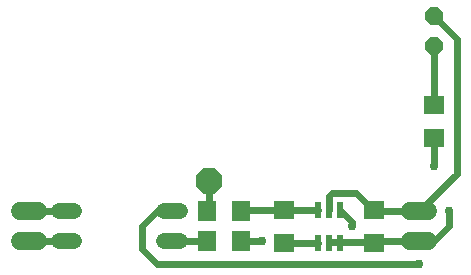
<source format=gbr>
G04 EAGLE Gerber RS-274X export*
G75*
%MOMM*%
%FSLAX34Y34*%
%LPD*%
%INTop Copper*%
%IPPOS*%
%AMOC8*
5,1,8,0,0,1.08239X$1,22.5*%
G01*
%ADD10R,1.800000X1.600000*%
%ADD11C,1.524000*%
%ADD12P,1.649562X8X22.500000*%
%ADD13C,1.320800*%
%ADD14R,1.803000X1.600000*%
%ADD15R,1.600000X1.803000*%
%ADD16R,0.550000X1.350000*%
%ADD17P,2.336880X8X22.500000*%
%ADD18C,0.609600*%
%ADD19C,1.270000*%
%ADD20C,0.756400*%


D10*
X330200Y24100D03*
X330200Y52100D03*
X254000Y52100D03*
X254000Y24100D03*
D11*
X360680Y25400D02*
X375920Y25400D01*
X375920Y50800D02*
X360680Y50800D01*
D12*
X381000Y190500D03*
X381000Y215900D03*
D13*
X165608Y25400D02*
X152400Y25400D01*
X152400Y50800D02*
X165608Y50800D01*
X76200Y50800D02*
X62992Y50800D01*
X62992Y25400D02*
X76200Y25400D01*
D11*
X45720Y25400D02*
X30480Y25400D01*
X30480Y50800D02*
X45720Y50800D01*
D14*
X381000Y141220D03*
X381000Y112780D03*
D15*
X188980Y50800D03*
X217420Y50800D03*
X188980Y25400D03*
X217420Y25400D03*
D16*
X301600Y51851D03*
X292100Y51851D03*
X282600Y51851D03*
X282600Y24349D03*
X292100Y24349D03*
X301600Y24349D03*
D17*
X190500Y76200D03*
D18*
X329200Y25100D02*
X330200Y24100D01*
X368300Y25400D02*
X381000Y25400D01*
X393700Y38100D01*
X393700Y50800D01*
X381000Y88900D02*
X381000Y112780D01*
D19*
X331500Y25400D02*
X330200Y24100D01*
D18*
X331500Y25400D02*
X368300Y25400D01*
X329200Y25100D02*
X302351Y25100D01*
X301600Y24349D01*
X292851Y25100D02*
X292100Y24349D01*
X292851Y25100D02*
X302351Y25100D01*
D20*
X381000Y88900D03*
X393700Y50800D03*
D18*
X146050Y6350D02*
X133350Y19050D01*
D19*
X330200Y52100D02*
X331500Y50800D01*
D18*
X152400Y50800D02*
X146050Y50800D01*
X133350Y38100D01*
X133350Y19050D01*
X292100Y51851D02*
X292100Y63500D01*
X294640Y66040D01*
X330200Y50800D02*
X331500Y50800D01*
X314960Y66040D02*
X294640Y66040D01*
X314960Y66040D02*
X330200Y50800D01*
X368300Y50800D02*
X400050Y82550D01*
X400050Y196850D01*
X381000Y215900D01*
X368300Y6350D02*
X146050Y6350D01*
D20*
X368300Y6350D03*
D18*
X368300Y50800D02*
X331500Y50800D01*
X76200Y25400D02*
X38100Y25400D01*
X38100Y50800D02*
X76200Y50800D01*
D20*
X234950Y25400D03*
X311150Y38100D03*
D18*
X311150Y42301D02*
X301600Y51851D01*
X311150Y42301D02*
X311150Y38100D01*
X234950Y25400D02*
X217420Y25400D01*
X254000Y52100D02*
X255000Y51100D01*
X254000Y52100D02*
X218720Y52100D01*
X217420Y50800D01*
X255751Y51851D02*
X282600Y51851D01*
X255751Y51851D02*
X255000Y51100D01*
X255000Y25100D02*
X254000Y24100D01*
X255751Y24349D02*
X282600Y24349D01*
X255751Y24349D02*
X255000Y25100D01*
X190500Y52320D02*
X188980Y50800D01*
X190500Y52320D02*
X190500Y76200D01*
X381000Y141220D02*
X381000Y190500D01*
X188980Y25400D02*
X152400Y25400D01*
M02*

</source>
